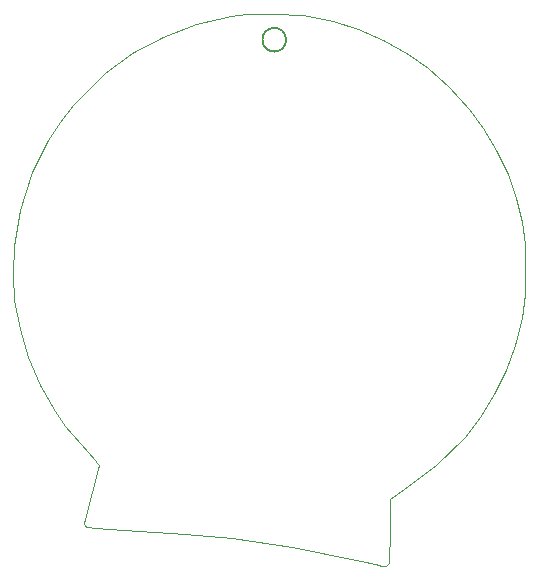
<source format=gbr>
G04 #@! TF.GenerationSoftware,KiCad,Pcbnew,(5.1.4)-1*
G04 #@! TF.CreationDate,2020-11-27T18:52:48+01:00*
G04 #@! TF.ProjectId,SpaceBADGE,53706163-6542-4414-9447-452e6b696361,rev?*
G04 #@! TF.SameCoordinates,Original*
G04 #@! TF.FileFunction,Profile,NP*
%FSLAX46Y46*%
G04 Gerber Fmt 4.6, Leading zero omitted, Abs format (unit mm)*
G04 Created by KiCad (PCBNEW (5.1.4)-1) date 2020-11-27 18:52:48*
%MOMM*%
%LPD*%
G04 APERTURE LIST*
%ADD10C,0.150000*%
%ADD11C,0.100000*%
G04 APERTURE END LIST*
D10*
X90982040Y-98459800D02*
G75*
G03X90982040Y-98459800I-1000000J0D01*
G01*
D11*
X111216886Y-115745525D02*
X111218886Y-119999437D01*
X87617819Y-96290625D02*
X89920019Y-96274814D01*
X89920018Y-96274818D02*
X92441499Y-96362708D01*
X89920019Y-96274814D02*
X89920018Y-96274818D01*
X80539682Y-98186724D02*
X83332394Y-97137386D01*
X83332394Y-97137386D02*
X86314619Y-96436924D01*
X86314619Y-96436924D02*
X87617819Y-96290625D01*
X109605423Y-126420417D02*
X108612358Y-128466312D01*
X110367325Y-124308027D02*
X109605423Y-126420417D01*
X106496189Y-104296307D02*
X107696336Y-105903706D01*
X99687604Y-142790451D02*
X99464949Y-142975998D01*
X106091934Y-132071695D02*
X103658346Y-134487716D01*
X92441499Y-96362708D02*
X94914954Y-96874423D01*
X73925877Y-139604949D02*
X73867283Y-139345186D01*
X104766767Y-102480776D02*
X106496189Y-104296307D01*
X108612358Y-128466312D02*
X107427928Y-130373982D01*
X109732860Y-109796532D02*
X110449309Y-111852947D01*
X97097748Y-97550209D02*
X99168058Y-98474036D01*
X103035248Y-100884197D02*
X104766767Y-102480776D01*
X72942631Y-103980225D02*
X75691519Y-101255284D01*
X71820272Y-105412322D02*
X72942631Y-103980225D01*
X70816528Y-106948673D02*
X71820272Y-105412322D01*
X99464949Y-142975998D02*
X99045024Y-142981897D01*
X69474738Y-109628374D02*
X70816528Y-106948673D01*
X71396609Y-129891975D02*
X70155585Y-127690516D01*
X110449309Y-111852947D02*
X110939206Y-113891636D01*
X72283500Y-131128512D02*
X71396609Y-129891975D01*
X74902439Y-139813931D02*
X74115330Y-139729951D01*
X75095794Y-134376437D02*
X75000093Y-134263154D01*
X91478016Y-141432992D02*
X86398530Y-140686978D01*
X100978653Y-136475996D02*
X99763814Y-137315840D01*
X86398530Y-140686978D02*
X82451055Y-140268809D01*
X99168058Y-98474036D02*
X101279793Y-99647466D01*
X97357529Y-142620568D02*
X91478016Y-141432992D01*
X98515728Y-142870567D02*
X97357529Y-142620568D01*
X67896608Y-118325574D02*
X67918098Y-115899773D01*
X67968878Y-120532673D02*
X67896608Y-118325574D01*
X68423196Y-122960034D02*
X67968878Y-120532673D01*
X111218886Y-119999437D02*
X110926476Y-122032693D01*
X74183719Y-133325574D02*
X72283500Y-131128512D01*
X110926476Y-122032693D02*
X110367325Y-124308027D01*
X101279793Y-99647466D02*
X103035248Y-100884197D01*
X75000093Y-134263154D02*
X74797019Y-134026774D01*
X110939206Y-113891636D02*
X111216886Y-115745525D01*
X75173924Y-134485813D02*
X75095794Y-134376437D01*
X74535251Y-136763154D02*
X75086033Y-134825655D01*
X73867283Y-139345186D02*
X74535251Y-136763154D01*
X74115330Y-139729951D02*
X73925877Y-139604949D01*
X107427928Y-130373982D02*
X106091934Y-132071695D01*
X77293060Y-139948695D02*
X74902439Y-139813931D01*
X98884869Y-142948698D02*
X98515728Y-142870567D01*
X103658346Y-134487716D02*
X100978653Y-136475996D01*
X99045024Y-142981897D02*
X98884869Y-142948698D01*
X99763814Y-137315840D02*
X99754015Y-139997481D01*
X107696336Y-105903706D02*
X108795215Y-107775282D01*
X77978663Y-99565750D02*
X80539682Y-98186724D01*
X75691519Y-101255284D02*
X77978663Y-99565750D01*
X68416525Y-112855425D02*
X69474738Y-109628374D01*
X69158272Y-125362923D02*
X68423196Y-122960034D01*
X99754015Y-139997481D02*
X99687604Y-142790451D01*
X94914954Y-96874423D02*
X97097748Y-97550209D01*
X75086033Y-134825655D02*
X75173924Y-134485813D01*
X67918098Y-115899773D02*
X68416525Y-112855425D01*
X82451055Y-140268809D02*
X77293060Y-139948695D01*
X70155585Y-127690516D02*
X69158272Y-125362923D01*
X108795215Y-107775282D02*
X109732860Y-109796532D01*
X74797019Y-134026774D02*
X74183719Y-133325574D01*
M02*

</source>
